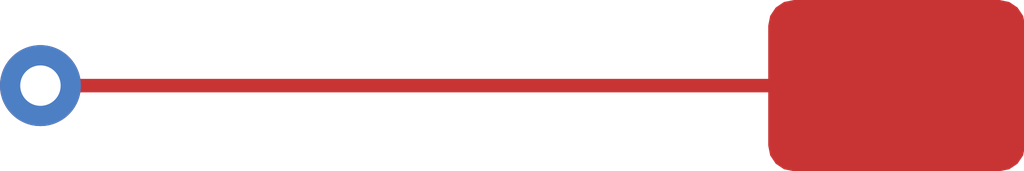
<source format=kicad_pcb>
(kicad_pcb (version 20171130) (host pcbnew 5.1.6)
  (title_block (title "test") (rev "v1.0.0") (company "Unknown"))
  (layers (0 F.Cu signal) (31 B.Cu signal) (34 B.Paste user) (35 F.Paste user) (36 B.SilkS user) (37 F.SilkS user) (38 B.Mask user) (39 F.Mask user) (44 Edge.Cuts user))
  (net 0 "")
  (net 1 "AAA")
  (footprint "test" (at 0 0 0) (layer "F.Cu")
    (property "Reference" "XX1" hide)
    (pad "1" thru_hole circle (at 0 0 0) (size 0.6 0.6) (drill 0.3) (layers "*.Cu" "*.Mask") (net 1 "AAA"))
    (pad "1" smd roundrect (at 6.35 0 0) (size 1.905 1.27) (layers "F.Cu" "F.Mask" "F.Paste") (roundrect_rratio 0.15) (net 1 "AAA"))
  )
  (segment (start 0 0) (end 6.35 0) (width 0.1) (layer "F.Cu") (net 1))
)
</source>
